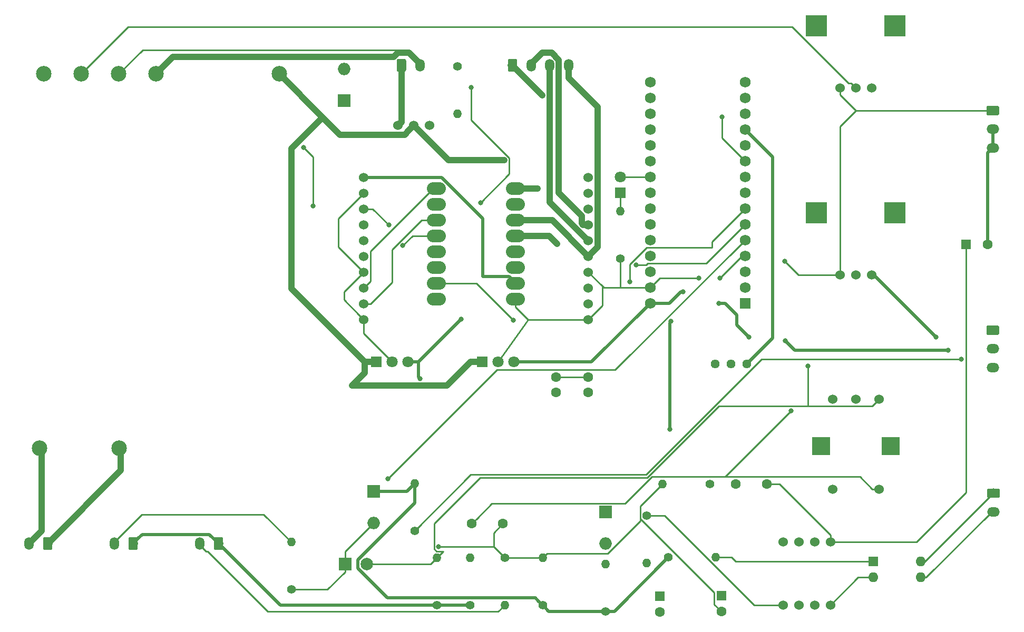
<source format=gbr>
G04 #@! TF.GenerationSoftware,KiCad,Pcbnew,5.1.2-f72e74a~84~ubuntu19.04.1*
G04 #@! TF.CreationDate,2019-10-23T18:47:17+02:00*
G04 #@! TF.ProjectId,upuaut,75707561-7574-42e6-9b69-6361645f7063,rev?*
G04 #@! TF.SameCoordinates,Original*
G04 #@! TF.FileFunction,Copper,L1,Top*
G04 #@! TF.FilePolarity,Positive*
%FSLAX46Y46*%
G04 Gerber Fmt 4.6, Leading zero omitted, Abs format (unit mm)*
G04 Created by KiCad (PCBNEW 5.1.2-f72e74a~84~ubuntu19.04.1) date 2019-10-23 18:47:17*
%MOMM*%
%LPD*%
G04 APERTURE LIST*
%ADD10C,2.500000*%
%ADD11C,1.524000*%
%ADD12C,1.440000*%
%ADD13R,2.000000X2.000000*%
%ADD14C,2.000000*%
%ADD15C,1.600000*%
%ADD16R,1.600000X1.600000*%
%ADD17O,2.000000X2.000000*%
%ADD18R,1.800000X1.800000*%
%ADD19C,1.800000*%
%ADD20C,1.400000*%
%ADD21O,1.400000X1.400000*%
%ADD22C,0.100000*%
%ADD23C,1.500000*%
%ADD24O,2.020000X1.500000*%
%ADD25O,1.500000X2.020000*%
%ADD26R,3.500000X3.500000*%
%ADD27R,3.000000X3.000000*%
%ADD28O,3.048000X2.032000*%
%ADD29C,1.727200*%
%ADD30R,1.727200X1.727200*%
%ADD31O,1.600000X1.600000*%
%ADD32C,0.800000*%
%ADD33C,0.250000*%
%ADD34C,0.500000*%
%ADD35C,1.000000*%
G04 APERTURE END LIST*
D10*
X81650000Y-110900000D03*
X68900000Y-110900000D03*
X107350000Y-50700000D03*
X87600000Y-50700000D03*
X81550000Y-50700000D03*
X75550000Y-50700000D03*
X69550000Y-50700000D03*
D11*
X120966000Y-90176000D03*
X120966000Y-87636000D03*
X120966000Y-85096000D03*
X120966000Y-82556000D03*
X120966000Y-80016000D03*
X120966000Y-74936000D03*
X120966000Y-77476000D03*
X120966000Y-72396000D03*
X120966000Y-69856000D03*
X120966000Y-67316000D03*
X157034000Y-90176000D03*
X157034000Y-87636000D03*
X157034000Y-85096000D03*
X157034000Y-82556000D03*
X157034000Y-80016000D03*
X157034000Y-77476000D03*
X157034000Y-74936000D03*
X157034000Y-72396000D03*
X157034000Y-69856000D03*
X157034000Y-67316000D03*
D12*
X177420000Y-97300000D03*
X179960000Y-97300000D03*
X182500000Y-97300000D03*
D13*
X117934000Y-129490000D03*
D14*
X121434000Y-129490000D03*
D15*
X138300000Y-123000000D03*
X143300000Y-123000000D03*
X168500000Y-137200000D03*
D16*
X168500000Y-134700000D03*
D15*
X185700000Y-116600000D03*
X180700000Y-116600000D03*
D16*
X217700000Y-78100000D03*
D15*
X221200000Y-78100000D03*
D16*
X178400000Y-134600000D03*
D15*
X178400000Y-137100000D03*
D13*
X122506000Y-117806000D03*
D17*
X122506000Y-122886000D03*
D18*
X162200000Y-69800000D03*
D19*
X162200000Y-67260000D03*
D17*
X159800000Y-126180000D03*
D13*
X159800000Y-121100000D03*
D15*
X151800000Y-99400000D03*
X151800000Y-101900000D03*
X157000000Y-101900000D03*
X157000000Y-99400000D03*
D11*
X131540000Y-59000000D03*
X129000000Y-59000000D03*
X126460000Y-59000000D03*
D20*
X132666000Y-136094000D03*
D21*
X132666000Y-128474000D03*
D20*
X129110000Y-124156000D03*
D21*
X129110000Y-116536000D03*
D20*
X149684000Y-136094000D03*
D21*
X149684000Y-128474000D03*
D20*
X109300000Y-133600000D03*
D21*
X109300000Y-125980000D03*
X143588000Y-136094000D03*
D20*
X143588000Y-128474000D03*
X162200000Y-80400000D03*
D21*
X162200000Y-72780000D03*
X168980000Y-116600000D03*
D20*
X176600000Y-116600000D03*
D21*
X166400000Y-129320000D03*
D20*
X166400000Y-121700000D03*
D21*
X138000000Y-128474000D03*
D20*
X138000000Y-136094000D03*
D21*
X159772000Y-129474000D03*
D20*
X159772000Y-137094000D03*
D22*
G36*
X222784504Y-91151204D02*
G01*
X222808773Y-91154804D01*
X222832571Y-91160765D01*
X222855671Y-91169030D01*
X222877849Y-91179520D01*
X222898893Y-91192133D01*
X222918598Y-91206747D01*
X222936777Y-91223223D01*
X222953253Y-91241402D01*
X222967867Y-91261107D01*
X222980480Y-91282151D01*
X222990970Y-91304329D01*
X222999235Y-91327429D01*
X223005196Y-91351227D01*
X223008796Y-91375496D01*
X223010000Y-91400000D01*
X223010000Y-92400000D01*
X223008796Y-92424504D01*
X223005196Y-92448773D01*
X222999235Y-92472571D01*
X222990970Y-92495671D01*
X222980480Y-92517849D01*
X222967867Y-92538893D01*
X222953253Y-92558598D01*
X222936777Y-92576777D01*
X222918598Y-92593253D01*
X222898893Y-92607867D01*
X222877849Y-92620480D01*
X222855671Y-92630970D01*
X222832571Y-92639235D01*
X222808773Y-92645196D01*
X222784504Y-92648796D01*
X222760000Y-92650000D01*
X221240000Y-92650000D01*
X221215496Y-92648796D01*
X221191227Y-92645196D01*
X221167429Y-92639235D01*
X221144329Y-92630970D01*
X221122151Y-92620480D01*
X221101107Y-92607867D01*
X221081402Y-92593253D01*
X221063223Y-92576777D01*
X221046747Y-92558598D01*
X221032133Y-92538893D01*
X221019520Y-92517849D01*
X221009030Y-92495671D01*
X221000765Y-92472571D01*
X220994804Y-92448773D01*
X220991204Y-92424504D01*
X220990000Y-92400000D01*
X220990000Y-91400000D01*
X220991204Y-91375496D01*
X220994804Y-91351227D01*
X221000765Y-91327429D01*
X221009030Y-91304329D01*
X221019520Y-91282151D01*
X221032133Y-91261107D01*
X221046747Y-91241402D01*
X221063223Y-91223223D01*
X221081402Y-91206747D01*
X221101107Y-91192133D01*
X221122151Y-91179520D01*
X221144329Y-91169030D01*
X221167429Y-91160765D01*
X221191227Y-91154804D01*
X221215496Y-91151204D01*
X221240000Y-91150000D01*
X222760000Y-91150000D01*
X222784504Y-91151204D01*
X222784504Y-91151204D01*
G37*
D23*
X222000000Y-91900000D03*
D24*
X222000000Y-94900000D03*
X222000000Y-97900000D03*
D22*
G36*
X70706504Y-125179204D02*
G01*
X70730773Y-125182804D01*
X70754571Y-125188765D01*
X70777671Y-125197030D01*
X70799849Y-125207520D01*
X70820893Y-125220133D01*
X70840598Y-125234747D01*
X70858777Y-125251223D01*
X70875253Y-125269402D01*
X70889867Y-125289107D01*
X70902480Y-125310151D01*
X70912970Y-125332329D01*
X70921235Y-125355429D01*
X70927196Y-125379227D01*
X70930796Y-125403496D01*
X70932000Y-125428000D01*
X70932000Y-126948000D01*
X70930796Y-126972504D01*
X70927196Y-126996773D01*
X70921235Y-127020571D01*
X70912970Y-127043671D01*
X70902480Y-127065849D01*
X70889867Y-127086893D01*
X70875253Y-127106598D01*
X70858777Y-127124777D01*
X70840598Y-127141253D01*
X70820893Y-127155867D01*
X70799849Y-127168480D01*
X70777671Y-127178970D01*
X70754571Y-127187235D01*
X70730773Y-127193196D01*
X70706504Y-127196796D01*
X70682000Y-127198000D01*
X69682000Y-127198000D01*
X69657496Y-127196796D01*
X69633227Y-127193196D01*
X69609429Y-127187235D01*
X69586329Y-127178970D01*
X69564151Y-127168480D01*
X69543107Y-127155867D01*
X69523402Y-127141253D01*
X69505223Y-127124777D01*
X69488747Y-127106598D01*
X69474133Y-127086893D01*
X69461520Y-127065849D01*
X69451030Y-127043671D01*
X69442765Y-127020571D01*
X69436804Y-126996773D01*
X69433204Y-126972504D01*
X69432000Y-126948000D01*
X69432000Y-125428000D01*
X69433204Y-125403496D01*
X69436804Y-125379227D01*
X69442765Y-125355429D01*
X69451030Y-125332329D01*
X69461520Y-125310151D01*
X69474133Y-125289107D01*
X69488747Y-125269402D01*
X69505223Y-125251223D01*
X69523402Y-125234747D01*
X69543107Y-125220133D01*
X69564151Y-125207520D01*
X69586329Y-125197030D01*
X69609429Y-125188765D01*
X69633227Y-125182804D01*
X69657496Y-125179204D01*
X69682000Y-125178000D01*
X70682000Y-125178000D01*
X70706504Y-125179204D01*
X70706504Y-125179204D01*
G37*
D23*
X70182000Y-126188000D03*
D25*
X67182000Y-126188000D03*
D11*
X202540000Y-53000000D03*
X200000000Y-53000000D03*
X197460000Y-53000000D03*
D26*
X193700000Y-43000000D03*
X206300000Y-43000000D03*
D22*
G36*
X145374504Y-48311204D02*
G01*
X145398773Y-48314804D01*
X145422571Y-48320765D01*
X145445671Y-48329030D01*
X145467849Y-48339520D01*
X145488893Y-48352133D01*
X145508598Y-48366747D01*
X145526777Y-48383223D01*
X145543253Y-48401402D01*
X145557867Y-48421107D01*
X145570480Y-48442151D01*
X145580970Y-48464329D01*
X145589235Y-48487429D01*
X145595196Y-48511227D01*
X145598796Y-48535496D01*
X145600000Y-48560000D01*
X145600000Y-50080000D01*
X145598796Y-50104504D01*
X145595196Y-50128773D01*
X145589235Y-50152571D01*
X145580970Y-50175671D01*
X145570480Y-50197849D01*
X145557867Y-50218893D01*
X145543253Y-50238598D01*
X145526777Y-50256777D01*
X145508598Y-50273253D01*
X145488893Y-50287867D01*
X145467849Y-50300480D01*
X145445671Y-50310970D01*
X145422571Y-50319235D01*
X145398773Y-50325196D01*
X145374504Y-50328796D01*
X145350000Y-50330000D01*
X144350000Y-50330000D01*
X144325496Y-50328796D01*
X144301227Y-50325196D01*
X144277429Y-50319235D01*
X144254329Y-50310970D01*
X144232151Y-50300480D01*
X144211107Y-50287867D01*
X144191402Y-50273253D01*
X144173223Y-50256777D01*
X144156747Y-50238598D01*
X144142133Y-50218893D01*
X144129520Y-50197849D01*
X144119030Y-50175671D01*
X144110765Y-50152571D01*
X144104804Y-50128773D01*
X144101204Y-50104504D01*
X144100000Y-50080000D01*
X144100000Y-48560000D01*
X144101204Y-48535496D01*
X144104804Y-48511227D01*
X144110765Y-48487429D01*
X144119030Y-48464329D01*
X144129520Y-48442151D01*
X144142133Y-48421107D01*
X144156747Y-48401402D01*
X144173223Y-48383223D01*
X144191402Y-48366747D01*
X144211107Y-48352133D01*
X144232151Y-48339520D01*
X144254329Y-48329030D01*
X144277429Y-48320765D01*
X144301227Y-48314804D01*
X144325496Y-48311204D01*
X144350000Y-48310000D01*
X145350000Y-48310000D01*
X145374504Y-48311204D01*
X145374504Y-48311204D01*
G37*
D23*
X144850000Y-49320000D03*
D25*
X147850000Y-49320000D03*
X150850000Y-49320000D03*
X153850000Y-49320000D03*
D18*
X140000000Y-97000000D03*
D19*
X142540000Y-97000000D03*
X145080000Y-97000000D03*
X128080000Y-97000000D03*
X125540000Y-97000000D03*
D18*
X123000000Y-97000000D03*
D26*
X206300000Y-73000000D03*
X193700000Y-73000000D03*
D11*
X197460000Y-83000000D03*
X200000000Y-83000000D03*
X202540000Y-83000000D03*
X203750000Y-103014000D03*
X196250000Y-103000000D03*
X200000000Y-103000000D03*
D27*
X205600000Y-110500000D03*
X194400000Y-110500000D03*
D11*
X196250000Y-117500000D03*
X203750000Y-117500000D03*
X188320000Y-136080000D03*
X190860000Y-136080000D03*
X193400000Y-136080000D03*
X195940000Y-136080000D03*
X195940000Y-125920000D03*
X193400000Y-125920000D03*
X190860000Y-125920000D03*
X188320000Y-125920000D03*
D28*
X145350000Y-86890000D03*
X145350000Y-84350000D03*
X145350000Y-81810000D03*
X145350000Y-79270000D03*
X145350000Y-76730000D03*
X145350000Y-74190000D03*
X145350000Y-71650000D03*
X145350000Y-69110000D03*
X132650000Y-69110000D03*
X132650000Y-71650000D03*
X132650000Y-74190000D03*
X132650000Y-76730000D03*
X132650000Y-79270000D03*
X132650000Y-81810000D03*
X132650000Y-84350000D03*
X132650000Y-86890000D03*
D24*
X222000000Y-62600000D03*
X222000000Y-59600000D03*
D22*
G36*
X222784504Y-55851204D02*
G01*
X222808773Y-55854804D01*
X222832571Y-55860765D01*
X222855671Y-55869030D01*
X222877849Y-55879520D01*
X222898893Y-55892133D01*
X222918598Y-55906747D01*
X222936777Y-55923223D01*
X222953253Y-55941402D01*
X222967867Y-55961107D01*
X222980480Y-55982151D01*
X222990970Y-56004329D01*
X222999235Y-56027429D01*
X223005196Y-56051227D01*
X223008796Y-56075496D01*
X223010000Y-56100000D01*
X223010000Y-57100000D01*
X223008796Y-57124504D01*
X223005196Y-57148773D01*
X222999235Y-57172571D01*
X222990970Y-57195671D01*
X222980480Y-57217849D01*
X222967867Y-57238893D01*
X222953253Y-57258598D01*
X222936777Y-57276777D01*
X222918598Y-57293253D01*
X222898893Y-57307867D01*
X222877849Y-57320480D01*
X222855671Y-57330970D01*
X222832571Y-57339235D01*
X222808773Y-57345196D01*
X222784504Y-57348796D01*
X222760000Y-57350000D01*
X221240000Y-57350000D01*
X221215496Y-57348796D01*
X221191227Y-57345196D01*
X221167429Y-57339235D01*
X221144329Y-57330970D01*
X221122151Y-57320480D01*
X221101107Y-57307867D01*
X221081402Y-57293253D01*
X221063223Y-57276777D01*
X221046747Y-57258598D01*
X221032133Y-57238893D01*
X221019520Y-57217849D01*
X221009030Y-57195671D01*
X221000765Y-57172571D01*
X220994804Y-57148773D01*
X220991204Y-57124504D01*
X220990000Y-57100000D01*
X220990000Y-56100000D01*
X220991204Y-56075496D01*
X220994804Y-56051227D01*
X221000765Y-56027429D01*
X221009030Y-56004329D01*
X221019520Y-55982151D01*
X221032133Y-55961107D01*
X221046747Y-55941402D01*
X221063223Y-55923223D01*
X221081402Y-55906747D01*
X221101107Y-55892133D01*
X221122151Y-55879520D01*
X221144329Y-55869030D01*
X221167429Y-55860765D01*
X221191227Y-55854804D01*
X221215496Y-55851204D01*
X221240000Y-55850000D01*
X222760000Y-55850000D01*
X222784504Y-55851204D01*
X222784504Y-55851204D01*
G37*
D23*
X222000000Y-56600000D03*
D24*
X222100000Y-121100000D03*
D22*
G36*
X222884504Y-117351204D02*
G01*
X222908773Y-117354804D01*
X222932571Y-117360765D01*
X222955671Y-117369030D01*
X222977849Y-117379520D01*
X222998893Y-117392133D01*
X223018598Y-117406747D01*
X223036777Y-117423223D01*
X223053253Y-117441402D01*
X223067867Y-117461107D01*
X223080480Y-117482151D01*
X223090970Y-117504329D01*
X223099235Y-117527429D01*
X223105196Y-117551227D01*
X223108796Y-117575496D01*
X223110000Y-117600000D01*
X223110000Y-118600000D01*
X223108796Y-118624504D01*
X223105196Y-118648773D01*
X223099235Y-118672571D01*
X223090970Y-118695671D01*
X223080480Y-118717849D01*
X223067867Y-118738893D01*
X223053253Y-118758598D01*
X223036777Y-118776777D01*
X223018598Y-118793253D01*
X222998893Y-118807867D01*
X222977849Y-118820480D01*
X222955671Y-118830970D01*
X222932571Y-118839235D01*
X222908773Y-118845196D01*
X222884504Y-118848796D01*
X222860000Y-118850000D01*
X221340000Y-118850000D01*
X221315496Y-118848796D01*
X221291227Y-118845196D01*
X221267429Y-118839235D01*
X221244329Y-118830970D01*
X221222151Y-118820480D01*
X221201107Y-118807867D01*
X221181402Y-118793253D01*
X221163223Y-118776777D01*
X221146747Y-118758598D01*
X221132133Y-118738893D01*
X221119520Y-118717849D01*
X221109030Y-118695671D01*
X221100765Y-118672571D01*
X221094804Y-118648773D01*
X221091204Y-118624504D01*
X221090000Y-118600000D01*
X221090000Y-117600000D01*
X221091204Y-117575496D01*
X221094804Y-117551227D01*
X221100765Y-117527429D01*
X221109030Y-117504329D01*
X221119520Y-117482151D01*
X221132133Y-117461107D01*
X221146747Y-117441402D01*
X221163223Y-117423223D01*
X221181402Y-117406747D01*
X221201107Y-117392133D01*
X221222151Y-117379520D01*
X221244329Y-117369030D01*
X221267429Y-117360765D01*
X221291227Y-117354804D01*
X221315496Y-117351204D01*
X221340000Y-117350000D01*
X222860000Y-117350000D01*
X222884504Y-117351204D01*
X222884504Y-117351204D01*
G37*
D23*
X222100000Y-118100000D03*
D22*
G36*
X127524504Y-48311204D02*
G01*
X127548773Y-48314804D01*
X127572571Y-48320765D01*
X127595671Y-48329030D01*
X127617849Y-48339520D01*
X127638893Y-48352133D01*
X127658598Y-48366747D01*
X127676777Y-48383223D01*
X127693253Y-48401402D01*
X127707867Y-48421107D01*
X127720480Y-48442151D01*
X127730970Y-48464329D01*
X127739235Y-48487429D01*
X127745196Y-48511227D01*
X127748796Y-48535496D01*
X127750000Y-48560000D01*
X127750000Y-50080000D01*
X127748796Y-50104504D01*
X127745196Y-50128773D01*
X127739235Y-50152571D01*
X127730970Y-50175671D01*
X127720480Y-50197849D01*
X127707867Y-50218893D01*
X127693253Y-50238598D01*
X127676777Y-50256777D01*
X127658598Y-50273253D01*
X127638893Y-50287867D01*
X127617849Y-50300480D01*
X127595671Y-50310970D01*
X127572571Y-50319235D01*
X127548773Y-50325196D01*
X127524504Y-50328796D01*
X127500000Y-50330000D01*
X126500000Y-50330000D01*
X126475496Y-50328796D01*
X126451227Y-50325196D01*
X126427429Y-50319235D01*
X126404329Y-50310970D01*
X126382151Y-50300480D01*
X126361107Y-50287867D01*
X126341402Y-50273253D01*
X126323223Y-50256777D01*
X126306747Y-50238598D01*
X126292133Y-50218893D01*
X126279520Y-50197849D01*
X126269030Y-50175671D01*
X126260765Y-50152571D01*
X126254804Y-50128773D01*
X126251204Y-50104504D01*
X126250000Y-50080000D01*
X126250000Y-48560000D01*
X126251204Y-48535496D01*
X126254804Y-48511227D01*
X126260765Y-48487429D01*
X126269030Y-48464329D01*
X126279520Y-48442151D01*
X126292133Y-48421107D01*
X126306747Y-48401402D01*
X126323223Y-48383223D01*
X126341402Y-48366747D01*
X126361107Y-48352133D01*
X126382151Y-48339520D01*
X126404329Y-48329030D01*
X126427429Y-48320765D01*
X126451227Y-48314804D01*
X126475496Y-48311204D01*
X126500000Y-48310000D01*
X127500000Y-48310000D01*
X127524504Y-48311204D01*
X127524504Y-48311204D01*
G37*
D23*
X127000000Y-49320000D03*
D25*
X130000000Y-49320000D03*
D22*
G36*
X84422504Y-125179204D02*
G01*
X84446773Y-125182804D01*
X84470571Y-125188765D01*
X84493671Y-125197030D01*
X84515849Y-125207520D01*
X84536893Y-125220133D01*
X84556598Y-125234747D01*
X84574777Y-125251223D01*
X84591253Y-125269402D01*
X84605867Y-125289107D01*
X84618480Y-125310151D01*
X84628970Y-125332329D01*
X84637235Y-125355429D01*
X84643196Y-125379227D01*
X84646796Y-125403496D01*
X84648000Y-125428000D01*
X84648000Y-126948000D01*
X84646796Y-126972504D01*
X84643196Y-126996773D01*
X84637235Y-127020571D01*
X84628970Y-127043671D01*
X84618480Y-127065849D01*
X84605867Y-127086893D01*
X84591253Y-127106598D01*
X84574777Y-127124777D01*
X84556598Y-127141253D01*
X84536893Y-127155867D01*
X84515849Y-127168480D01*
X84493671Y-127178970D01*
X84470571Y-127187235D01*
X84446773Y-127193196D01*
X84422504Y-127196796D01*
X84398000Y-127198000D01*
X83398000Y-127198000D01*
X83373496Y-127196796D01*
X83349227Y-127193196D01*
X83325429Y-127187235D01*
X83302329Y-127178970D01*
X83280151Y-127168480D01*
X83259107Y-127155867D01*
X83239402Y-127141253D01*
X83221223Y-127124777D01*
X83204747Y-127106598D01*
X83190133Y-127086893D01*
X83177520Y-127065849D01*
X83167030Y-127043671D01*
X83158765Y-127020571D01*
X83152804Y-126996773D01*
X83149204Y-126972504D01*
X83148000Y-126948000D01*
X83148000Y-125428000D01*
X83149204Y-125403496D01*
X83152804Y-125379227D01*
X83158765Y-125355429D01*
X83167030Y-125332329D01*
X83177520Y-125310151D01*
X83190133Y-125289107D01*
X83204747Y-125269402D01*
X83221223Y-125251223D01*
X83239402Y-125234747D01*
X83259107Y-125220133D01*
X83280151Y-125207520D01*
X83302329Y-125197030D01*
X83325429Y-125188765D01*
X83349227Y-125182804D01*
X83373496Y-125179204D01*
X83398000Y-125178000D01*
X84398000Y-125178000D01*
X84422504Y-125179204D01*
X84422504Y-125179204D01*
G37*
D23*
X83898000Y-126188000D03*
D25*
X80898000Y-126188000D03*
X94614000Y-126188000D03*
D22*
G36*
X98138504Y-125179204D02*
G01*
X98162773Y-125182804D01*
X98186571Y-125188765D01*
X98209671Y-125197030D01*
X98231849Y-125207520D01*
X98252893Y-125220133D01*
X98272598Y-125234747D01*
X98290777Y-125251223D01*
X98307253Y-125269402D01*
X98321867Y-125289107D01*
X98334480Y-125310151D01*
X98344970Y-125332329D01*
X98353235Y-125355429D01*
X98359196Y-125379227D01*
X98362796Y-125403496D01*
X98364000Y-125428000D01*
X98364000Y-126948000D01*
X98362796Y-126972504D01*
X98359196Y-126996773D01*
X98353235Y-127020571D01*
X98344970Y-127043671D01*
X98334480Y-127065849D01*
X98321867Y-127086893D01*
X98307253Y-127106598D01*
X98290777Y-127124777D01*
X98272598Y-127141253D01*
X98252893Y-127155867D01*
X98231849Y-127168480D01*
X98209671Y-127178970D01*
X98186571Y-127187235D01*
X98162773Y-127193196D01*
X98138504Y-127196796D01*
X98114000Y-127198000D01*
X97114000Y-127198000D01*
X97089496Y-127196796D01*
X97065227Y-127193196D01*
X97041429Y-127187235D01*
X97018329Y-127178970D01*
X96996151Y-127168480D01*
X96975107Y-127155867D01*
X96955402Y-127141253D01*
X96937223Y-127124777D01*
X96920747Y-127106598D01*
X96906133Y-127086893D01*
X96893520Y-127065849D01*
X96883030Y-127043671D01*
X96874765Y-127020571D01*
X96868804Y-126996773D01*
X96865204Y-126972504D01*
X96864000Y-126948000D01*
X96864000Y-125428000D01*
X96865204Y-125403496D01*
X96868804Y-125379227D01*
X96874765Y-125355429D01*
X96883030Y-125332329D01*
X96893520Y-125310151D01*
X96906133Y-125289107D01*
X96920747Y-125269402D01*
X96937223Y-125251223D01*
X96955402Y-125234747D01*
X96975107Y-125220133D01*
X96996151Y-125207520D01*
X97018329Y-125197030D01*
X97041429Y-125188765D01*
X97065227Y-125182804D01*
X97089496Y-125179204D01*
X97114000Y-125178000D01*
X98114000Y-125178000D01*
X98138504Y-125179204D01*
X98138504Y-125179204D01*
G37*
D23*
X97614000Y-126188000D03*
D29*
X166980000Y-87570000D03*
X166980000Y-85030000D03*
X166980000Y-82490000D03*
X166980000Y-79950000D03*
X166980000Y-77410000D03*
X166980000Y-74870000D03*
X166980000Y-72330000D03*
X166980000Y-69790000D03*
X166980000Y-67250000D03*
X166980000Y-64710000D03*
X166980000Y-62170000D03*
X166980000Y-59630000D03*
X166980000Y-57090000D03*
X166980000Y-54550000D03*
X166980000Y-52010000D03*
X182220000Y-52010000D03*
X182220000Y-54550000D03*
X182220000Y-57090000D03*
X182220000Y-59630000D03*
X182220000Y-62170000D03*
X182220000Y-64710000D03*
X182220000Y-67250000D03*
X182220000Y-69790000D03*
X182220000Y-72330000D03*
X182220000Y-74870000D03*
X182220000Y-77410000D03*
X182220000Y-79950000D03*
X182220000Y-82490000D03*
X182220000Y-85030000D03*
D30*
X182220000Y-87570000D03*
D13*
X117800000Y-55000000D03*
D17*
X117800000Y-49920000D03*
D21*
X177520000Y-128400000D03*
D20*
X169900000Y-128400000D03*
X136000000Y-49500000D03*
D21*
X136000000Y-57120000D03*
D16*
X202800000Y-129100000D03*
D31*
X210420000Y-131640000D03*
X202800000Y-131640000D03*
X210420000Y-129100000D03*
D32*
X178500000Y-57600000D03*
X170100000Y-107800000D03*
X170300000Y-90500000D03*
X172200000Y-85700000D03*
X178000000Y-87600000D03*
X182800000Y-93000000D03*
X188700000Y-93600000D03*
X214800000Y-95100000D03*
X149649990Y-54119990D03*
X152000000Y-78000000D03*
X192300000Y-97700000D03*
X189600000Y-104900000D03*
X148890000Y-69110000D03*
X143500000Y-64600000D03*
X114325000Y-57675000D03*
X136600000Y-90100000D03*
X130000000Y-99700000D03*
X212900000Y-93000000D03*
X216975000Y-96600000D03*
X124815000Y-115800000D03*
X138200000Y-52900000D03*
X139700000Y-71400000D03*
X127200000Y-78300000D03*
X112825000Y-71900000D03*
X111300000Y-62500000D03*
X125000000Y-75000000D03*
X163700000Y-84100000D03*
X145000000Y-90300000D03*
X164700000Y-81400000D03*
X132966001Y-126700000D03*
X188600000Y-80800000D03*
X174800000Y-83500000D03*
X178189999Y-83500000D03*
D33*
X122053001Y-84008999D02*
X121727999Y-84334001D01*
X122053001Y-79198999D02*
X122053001Y-84008999D01*
X132142000Y-69110000D02*
X122053001Y-79198999D01*
X121727999Y-84334001D02*
X120966000Y-85096000D01*
X132650000Y-69110000D02*
X132142000Y-69110000D01*
X178500000Y-60990000D02*
X182220000Y-64710000D01*
X178500000Y-57600000D02*
X178500000Y-60990000D01*
D34*
X127840000Y-117806000D02*
X129110000Y-116536000D01*
X122506000Y-117806000D02*
X127840000Y-117806000D01*
X148984001Y-135394001D02*
X149684000Y-136094000D01*
X148533999Y-134943999D02*
X148984001Y-135394001D01*
X124741997Y-134943999D02*
X148533999Y-134943999D01*
X119983999Y-130186001D02*
X124741997Y-134943999D01*
X119983999Y-128793999D02*
X119983999Y-130186001D01*
X129110000Y-119667998D02*
X119983999Y-128793999D01*
X129110000Y-116536000D02*
X129110000Y-119667998D01*
X150684000Y-137094000D02*
X159772000Y-137094000D01*
X149684000Y-136094000D02*
X150684000Y-137094000D01*
X161206000Y-137094000D02*
X169900000Y-128400000D01*
X159772000Y-137094000D02*
X161206000Y-137094000D01*
X170100000Y-107800000D02*
X170100000Y-90700000D01*
X170100000Y-90700000D02*
X170300000Y-90500000D01*
X157550000Y-97000000D02*
X166980000Y-87570000D01*
X145080000Y-97000000D02*
X157550000Y-97000000D01*
X166980000Y-87570000D02*
X170030000Y-87570000D01*
X170030000Y-87570000D02*
X171900000Y-85700000D01*
X171900000Y-85700000D02*
X172200000Y-85700000D01*
X180844999Y-89449999D02*
X180844999Y-90844999D01*
X178000000Y-87600000D02*
X178995000Y-87600000D01*
X178995000Y-87600000D02*
X180844999Y-89449999D01*
X180844999Y-90844999D02*
X180844999Y-91044999D01*
X180844999Y-91044999D02*
X182800000Y-93000000D01*
X188700000Y-93600000D02*
X190200000Y-95100000D01*
X190200000Y-95100000D02*
X202500000Y-95100000D01*
X202500000Y-95100000D02*
X214800000Y-95100000D01*
D35*
X81916000Y-114454000D02*
X70182000Y-126188000D01*
X81916000Y-111584000D02*
X81916000Y-114454000D01*
X67182000Y-125928000D02*
X67182000Y-126188000D01*
X69166000Y-124204000D02*
X67182000Y-126188000D01*
X69166000Y-111584000D02*
X69166000Y-124204000D01*
X144850000Y-49320000D02*
X149649990Y-54119990D01*
X149649990Y-54119990D02*
X149649990Y-54119990D01*
X156000000Y-74744930D02*
X156191070Y-74936000D01*
X152300010Y-69825772D02*
X156000000Y-73525762D01*
X147850000Y-49060000D02*
X149600000Y-47310000D01*
X156000000Y-73525762D02*
X156000000Y-74744930D01*
X147850000Y-49320000D02*
X147850000Y-49060000D01*
X149600000Y-47310000D02*
X151150623Y-47310000D01*
X151150623Y-47310000D02*
X152300010Y-48459387D01*
X156191070Y-74936000D02*
X157034000Y-74936000D01*
X152300010Y-48459387D02*
X152300010Y-69825772D01*
X150850000Y-71292000D02*
X157034000Y-77476000D01*
X150850000Y-49320000D02*
X150850000Y-71292000D01*
X150730000Y-76730000D02*
X145350000Y-76730000D01*
X152000000Y-78000000D02*
X150730000Y-76730000D01*
X151208000Y-74190000D02*
X145350000Y-74190000D01*
X157034000Y-80016000D02*
X151208000Y-74190000D01*
X157795999Y-79254001D02*
X157034000Y-80016000D01*
X158496001Y-78553999D02*
X157795999Y-79254001D01*
X158496001Y-55976001D02*
X158496001Y-78553999D01*
X153850000Y-49320000D02*
X153850000Y-51330000D01*
X153850000Y-51330000D02*
X158496001Y-55976001D01*
X127000000Y-58460000D02*
X126460000Y-59000000D01*
X127000000Y-49320000D02*
X127000000Y-58460000D01*
D33*
X131650000Y-129490000D02*
X132666000Y-128474000D01*
X121434000Y-129490000D02*
X131650000Y-129490000D01*
X202988001Y-103775999D02*
X203750000Y-103014000D01*
X139625001Y-115574999D02*
X166525001Y-115574999D01*
X202676999Y-104087001D02*
X202988001Y-103775999D01*
X132666000Y-128474000D02*
X133714999Y-127425001D01*
X133714999Y-127425001D02*
X132618000Y-127425001D01*
X132618000Y-127425001D02*
X132241000Y-127048001D01*
X166525001Y-115574999D02*
X178012999Y-104087001D01*
X132241000Y-127048001D02*
X132241000Y-122959000D01*
X132241000Y-122959000D02*
X139625001Y-115574999D01*
X192287001Y-104087001D02*
X192287001Y-97712999D01*
X192287001Y-97712999D02*
X192300000Y-97700000D01*
X192287001Y-104087001D02*
X202676999Y-104087001D01*
X178012999Y-104087001D02*
X192287001Y-104087001D01*
X139099999Y-122200001D02*
X138300000Y-123000000D01*
X141525001Y-119774999D02*
X139099999Y-122200001D01*
X162961411Y-119774999D02*
X141525001Y-119774999D01*
X167261411Y-115474999D02*
X162961411Y-119774999D01*
X202672370Y-117500000D02*
X200647369Y-115474999D01*
X203750000Y-117500000D02*
X202672370Y-117500000D01*
X179025001Y-115474999D02*
X189600000Y-104900000D01*
X176374999Y-115474999D02*
X179025001Y-115474999D01*
X176374999Y-115474999D02*
X167261411Y-115474999D01*
X200647369Y-115474999D02*
X176374999Y-115474999D01*
X195940000Y-125920000D02*
X209780000Y-125920000D01*
X217700000Y-118000000D02*
X217700000Y-78100000D01*
X209780000Y-125920000D02*
X217700000Y-118000000D01*
X186831370Y-116600000D02*
X185700000Y-116600000D01*
X187697630Y-116600000D02*
X186831370Y-116600000D01*
X195940000Y-124842370D02*
X187697630Y-116600000D01*
X195940000Y-125920000D02*
X195940000Y-124842370D01*
X162200000Y-72780000D02*
X162200000Y-69800000D01*
X166970000Y-67260000D02*
X166980000Y-67250000D01*
X162200000Y-67260000D02*
X166970000Y-67260000D01*
D35*
X125758239Y-60462001D02*
X127537999Y-60462001D01*
X128238001Y-59761999D02*
X129000000Y-59000000D01*
X127537999Y-60462001D02*
X128238001Y-59761999D01*
X117112001Y-60462001D02*
X127537999Y-60462001D01*
X145350000Y-69110000D02*
X148890000Y-69110000D01*
X143500000Y-64600000D02*
X134600000Y-64600000D01*
X134600000Y-64600000D02*
X129000000Y-59000000D01*
X121100000Y-97000000D02*
X109300000Y-85200000D01*
X123000000Y-97000000D02*
X121100000Y-97000000D01*
X109300000Y-62700000D02*
X114325000Y-57675000D01*
X107350000Y-50700000D02*
X114325000Y-57675000D01*
X109300000Y-85200000D02*
X109300000Y-62700000D01*
X114325000Y-57675000D02*
X117112001Y-60462001D01*
X138100000Y-97000000D02*
X134300000Y-100800000D01*
X140000000Y-97000000D02*
X138100000Y-97000000D01*
X134300000Y-100800000D02*
X119100000Y-100800000D01*
X121100000Y-98800000D02*
X121100000Y-97000000D01*
X119100000Y-100800000D02*
X121100000Y-98800000D01*
D34*
X122043630Y-67316000D02*
X120966000Y-67316000D01*
X140076010Y-73954759D02*
X133437251Y-67316000D01*
X140076010Y-83276010D02*
X140076010Y-73954759D01*
X144276010Y-83276010D02*
X140076010Y-83276010D01*
X133437251Y-67316000D02*
X122043630Y-67316000D01*
X145350000Y-84350000D02*
X144276010Y-83276010D01*
X129700000Y-97000000D02*
X128080000Y-97000000D01*
X136600000Y-90100000D02*
X129700000Y-97000000D01*
X137010051Y-136094000D02*
X132666000Y-136094000D01*
X138000000Y-136094000D02*
X137010051Y-136094000D01*
X107520000Y-136094000D02*
X97614000Y-126188000D01*
X132666000Y-136094000D02*
X107520000Y-136094000D01*
X84718710Y-125367290D02*
X83898000Y-126188000D01*
X85358010Y-124727990D02*
X84718710Y-125367290D01*
X96153990Y-124727990D02*
X85358010Y-124727990D01*
X97614000Y-126188000D02*
X96153990Y-124727990D01*
X129700000Y-97000000D02*
X129700000Y-99400000D01*
X129700000Y-99400000D02*
X130000000Y-99700000D01*
X202900000Y-83000000D02*
X202540000Y-83000000D01*
X212900000Y-93000000D02*
X202900000Y-83000000D01*
D33*
X184863590Y-96600000D02*
X216975000Y-96600000D01*
X166338601Y-115124989D02*
X184863590Y-96600000D01*
X129110000Y-124156000D02*
X138141011Y-115124989D01*
X138141011Y-115124989D02*
X166338601Y-115124989D01*
X85326000Y-121500000D02*
X80898000Y-125928000D01*
X104820000Y-121500000D02*
X85326000Y-121500000D01*
X80898000Y-125928000D02*
X80898000Y-126188000D01*
X109300000Y-125980000D02*
X104820000Y-121500000D01*
X161355001Y-98274999D02*
X182220000Y-77410000D01*
X124815000Y-115800000D02*
X142340001Y-98274999D01*
X142340001Y-98274999D02*
X161355001Y-98274999D01*
X94614000Y-126448000D02*
X94614000Y-126188000D01*
X95614000Y-127448000D02*
X94614000Y-126448000D01*
X95874000Y-127448000D02*
X95614000Y-127448000D01*
X105545001Y-137119001D02*
X95874000Y-127448000D01*
X142562999Y-137119001D02*
X105545001Y-137119001D01*
X143588000Y-136094000D02*
X142562999Y-137119001D01*
X167389949Y-121700000D02*
X166400000Y-121700000D01*
X183682998Y-136080000D02*
X169302998Y-121700000D01*
X169302998Y-121700000D02*
X167389949Y-121700000D01*
X188320000Y-136080000D02*
X183682998Y-136080000D01*
D34*
X186600000Y-93200000D02*
X182500000Y-97300000D01*
X182220000Y-59630000D02*
X186600000Y-64010000D01*
X186600000Y-64010000D02*
X186600000Y-93200000D01*
D33*
X199238001Y-52238001D02*
X200000000Y-53000000D01*
X189789997Y-43174999D02*
X198852999Y-52238001D01*
X83075001Y-43174999D02*
X189789997Y-43174999D01*
X198852999Y-52238001D02*
X199238001Y-52238001D01*
X75550000Y-50700000D02*
X83075001Y-43174999D01*
X122043630Y-87636000D02*
X125500000Y-84179630D01*
X120966000Y-87636000D02*
X122043630Y-87636000D01*
X130876000Y-74190000D02*
X132650000Y-74190000D01*
X130236998Y-74190000D02*
X130876000Y-74190000D01*
X125500000Y-78926998D02*
X130236998Y-74190000D01*
X125500000Y-84179630D02*
X125500000Y-78926998D01*
X144325010Y-64258270D02*
X144325010Y-66774990D01*
X138200000Y-52900000D02*
X138200000Y-58133260D01*
X138200000Y-58133260D02*
X144325010Y-64258270D01*
X144325010Y-66774990D02*
X139700000Y-71400000D01*
X128770000Y-76730000D02*
X132650000Y-76730000D01*
X127200000Y-78300000D02*
X128770000Y-76730000D01*
X112825000Y-71900000D02*
X112825000Y-64025000D01*
X112825000Y-64025000D02*
X111300000Y-62500000D01*
X120966000Y-72396000D02*
X122396000Y-72396000D01*
X122396000Y-72396000D02*
X125000000Y-75000000D01*
X166428397Y-78598601D02*
X176901399Y-78598601D01*
X163700000Y-84100000D02*
X163700000Y-81326998D01*
X163700000Y-81326998D02*
X166428397Y-78598601D01*
X176901399Y-77648601D02*
X182220000Y-72330000D01*
X176901399Y-78598601D02*
X176901399Y-77648601D01*
X132650000Y-84350000D02*
X139050000Y-84350000D01*
X139050000Y-84350000D02*
X145000000Y-90300000D01*
X181356401Y-75733599D02*
X182220000Y-74870000D01*
X166572269Y-81138601D02*
X175951399Y-81138601D01*
X166310870Y-81400000D02*
X166572269Y-81138601D01*
X175951399Y-81138601D02*
X181356401Y-75733599D01*
X164700000Y-81400000D02*
X166310870Y-81400000D01*
D34*
X222260000Y-62600000D02*
X222000000Y-62600000D01*
X222000000Y-62600000D02*
X222000000Y-59600000D01*
X221200000Y-63400000D02*
X222000000Y-62600000D01*
X221200000Y-78100000D02*
X221200000Y-63400000D01*
D33*
X180720000Y-129100000D02*
X202800000Y-129100000D01*
X177520000Y-128400000D02*
X180020000Y-128400000D01*
X180020000Y-128400000D02*
X180720000Y-129100000D01*
X211300000Y-131640000D02*
X210420000Y-131640000D01*
X221840000Y-121100000D02*
X211300000Y-131640000D01*
X222100000Y-121100000D02*
X221840000Y-121100000D01*
X211100000Y-129100000D02*
X210420000Y-129100000D01*
X222100000Y-118100000D02*
X211100000Y-129100000D01*
D35*
X130000000Y-49060000D02*
X128250000Y-47310000D01*
X90315010Y-47984990D02*
X87600000Y-50700000D01*
X128250000Y-47310000D02*
X126406480Y-47310000D01*
X126406480Y-47310000D02*
X125731490Y-47984990D01*
X125731490Y-47984990D02*
X90315010Y-47984990D01*
D33*
X127765001Y-46825001D02*
X130000000Y-49060000D01*
X130000000Y-49060000D02*
X130000000Y-49320000D01*
X85424999Y-46825001D02*
X127765001Y-46825001D01*
X81550000Y-50700000D02*
X85424999Y-46825001D01*
X159308000Y-84830000D02*
X157034000Y-82556000D01*
X159308000Y-87902000D02*
X157034000Y-90176000D01*
X159308000Y-84830000D02*
X159308000Y-87902000D01*
X145350000Y-88156000D02*
X145350000Y-86890000D01*
X147370000Y-90176000D02*
X145350000Y-88156000D01*
X157034000Y-90176000D02*
X147370000Y-90176000D01*
X120204001Y-81794001D02*
X120966000Y-82556000D01*
X116900000Y-78490000D02*
X120204001Y-81794001D01*
X116900000Y-73922000D02*
X116900000Y-78490000D01*
X120966000Y-69856000D02*
X116900000Y-73922000D01*
X120204001Y-89414001D02*
X120966000Y-90176000D01*
X117800000Y-85722000D02*
X117800000Y-87010000D01*
X117800000Y-87010000D02*
X120204001Y-89414001D01*
X120966000Y-82556000D02*
X117800000Y-85722000D01*
X120966000Y-92426000D02*
X125540000Y-97000000D01*
X120966000Y-90176000D02*
X120966000Y-92426000D01*
X142540000Y-97000000D02*
X147370000Y-90176000D01*
X159308000Y-84830000D02*
X159508000Y-85030000D01*
X162200000Y-85000000D02*
X162170000Y-85030000D01*
X162200000Y-80400000D02*
X162200000Y-85000000D01*
X159508000Y-85030000D02*
X162170000Y-85030000D01*
X162170000Y-85030000D02*
X166980000Y-85030000D01*
X117934000Y-127458000D02*
X122506000Y-122886000D01*
X117934000Y-129490000D02*
X117934000Y-127458000D01*
X110289949Y-133600000D02*
X109300000Y-133600000D01*
X115074000Y-133600000D02*
X110289949Y-133600000D01*
X117934000Y-130740000D02*
X115074000Y-133600000D01*
X117934000Y-129490000D02*
X117934000Y-130740000D01*
X197460000Y-54077630D02*
X199982370Y-56600000D01*
X220890000Y-56600000D02*
X222000000Y-56600000D01*
X199982370Y-56600000D02*
X220890000Y-56600000D01*
X197460000Y-53000000D02*
X197460000Y-54077630D01*
X197460000Y-59122370D02*
X199982370Y-56600000D01*
X197460000Y-83000000D02*
X197460000Y-59122370D01*
X200380000Y-131640000D02*
X195940000Y-136080000D01*
X202800000Y-131640000D02*
X200380000Y-131640000D01*
X151800000Y-99400000D02*
X157000000Y-99400000D01*
X141814000Y-126700000D02*
X143588000Y-128474000D01*
X132966001Y-126700000D02*
X141814000Y-126700000D01*
X141814000Y-124486000D02*
X143300000Y-123000000D01*
X141814000Y-126700000D02*
X141814000Y-124486000D01*
X168280001Y-117299999D02*
X168980000Y-116600000D01*
X165374999Y-120205001D02*
X168280001Y-117299999D01*
X177274999Y-134092001D02*
X165374999Y-122192001D01*
X177274999Y-135974999D02*
X177274999Y-134092001D01*
X178400000Y-137100000D02*
X177274999Y-135974999D01*
X160167001Y-127774001D02*
X165374999Y-122566003D01*
X150383999Y-127774001D02*
X160167001Y-127774001D01*
X165374999Y-121925001D02*
X165374999Y-120205001D01*
X165374999Y-122566003D02*
X165374999Y-121925001D01*
X149684000Y-128474000D02*
X150383999Y-127774001D01*
X165374999Y-122192001D02*
X165374999Y-121925001D01*
X143588000Y-128474000D02*
X149684000Y-128474000D01*
X190800000Y-83000000D02*
X197460000Y-83000000D01*
X188600000Y-80800000D02*
X190800000Y-83000000D01*
X166980000Y-85030000D02*
X168510000Y-83500000D01*
X168510000Y-83500000D02*
X174800000Y-83500000D01*
X181739999Y-79950000D02*
X182220000Y-79950000D01*
X178189999Y-83500000D02*
X181739999Y-79950000D01*
M02*

</source>
